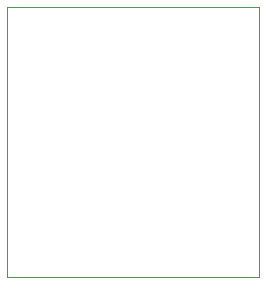
<source format=gbr>
%TF.GenerationSoftware,KiCad,Pcbnew,(5.1.9)-1*%
%TF.CreationDate,2022-01-17T18:13:00-05:00*%
%TF.ProjectId,USBUPDI,55534255-5044-4492-9e6b-696361645f70,rev?*%
%TF.SameCoordinates,Original*%
%TF.FileFunction,Profile,NP*%
%FSLAX46Y46*%
G04 Gerber Fmt 4.6, Leading zero omitted, Abs format (unit mm)*
G04 Created by KiCad (PCBNEW (5.1.9)-1) date 2022-01-17 18:13:00*
%MOMM*%
%LPD*%
G01*
G04 APERTURE LIST*
%TA.AperFunction,Profile*%
%ADD10C,0.050000*%
%TD*%
G04 APERTURE END LIST*
D10*
X187198000Y-150876000D02*
X165862000Y-150876000D01*
X187198000Y-128016000D02*
X187198000Y-150876000D01*
X165862000Y-128016000D02*
X187198000Y-128016000D01*
X165862000Y-150876000D02*
X165862000Y-128016000D01*
M02*

</source>
